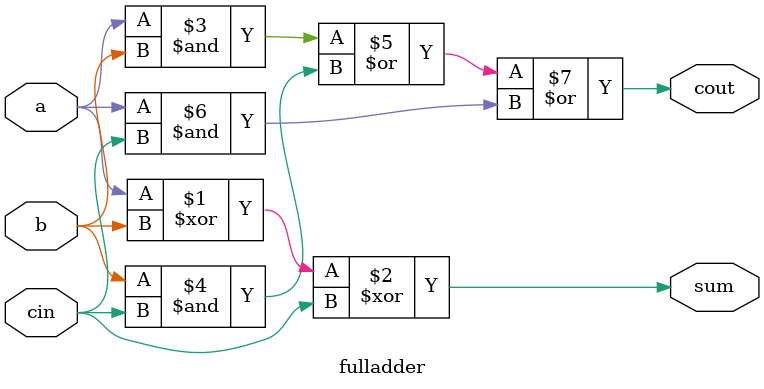
<source format=v>
module bitadder
(
  output wire [15:0] S,
  output wire Cout,
  input wire [15:0] A,
  input wire [15:0] B,
  input wire Cin
);
wire [15:0] C;

	fulladder fa0 (.a(A[0]), .b(B[0]), .cin(Cin), .sum(S[0]), .cout(C[0]));

	genvar i;
	generate
		for (i = 1; i < 16; i = i + 1)
		begin
			fulladder fa_inst (.a(A[i]), .b(B[i]), .cin(C[i-1]), .sum(S[i]), .cout(C[i]));	
	end
	endgenerate

	assign Cout = C[15];

endmodule



// noconn Cin
// noconn B[15:0]
// noconn A[15:0]
// noconn S[15:0]
// noconn Cout
module fulladder (input a, input b, input cin, output sum, output cout);

	assign sum = a ^ b ^ cin;
	assign cout = (a & b) | (b & cin) | (a & cin);

endmodule
</source>
